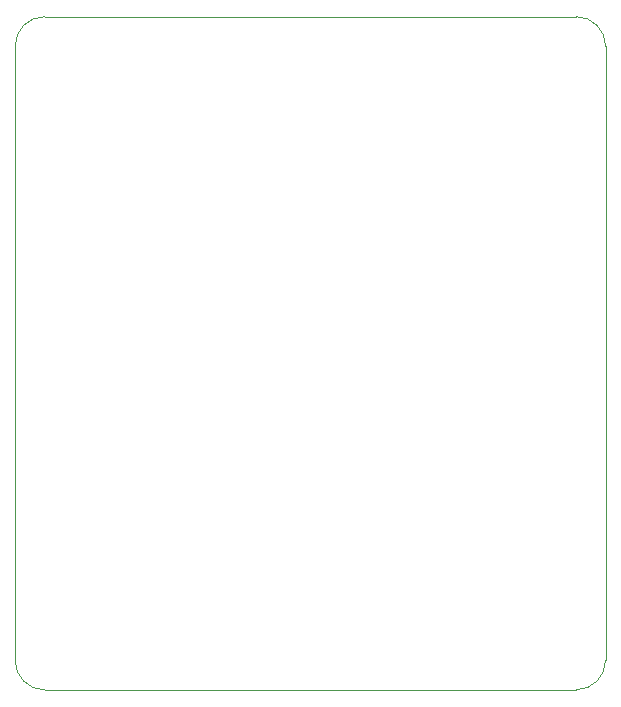
<source format=gbr>
%TF.GenerationSoftware,KiCad,Pcbnew,9.0.0*%
%TF.CreationDate,2025-03-01T12:45:02-04:00*%
%TF.ProjectId,PROYECT T,50524f59-4543-4542-9054-2e6b69636164,rev?*%
%TF.SameCoordinates,Original*%
%TF.FileFunction,Profile,NP*%
%FSLAX46Y46*%
G04 Gerber Fmt 4.6, Leading zero omitted, Abs format (unit mm)*
G04 Created by KiCad (PCBNEW 9.0.0) date 2025-03-01 12:45:02*
%MOMM*%
%LPD*%
G01*
G04 APERTURE LIST*
%TA.AperFunction,Profile*%
%ADD10C,0.050000*%
%TD*%
G04 APERTURE END LIST*
D10*
X244456000Y-65556000D02*
X244456000Y-117556000D01*
X244456000Y-117556000D02*
G75*
G02*
X241956000Y-120056000I-2500000J0D01*
G01*
X196956000Y-63056000D02*
X241956000Y-63056000D01*
X241956000Y-120056000D02*
X196956000Y-120056000D01*
X196956000Y-120056000D02*
G75*
G02*
X194456000Y-117556000I0J2500000D01*
G01*
X241956000Y-63056000D02*
G75*
G02*
X244456000Y-65556000I0J-2500000D01*
G01*
X194456000Y-117556000D02*
X194456000Y-65556000D01*
X194456000Y-65556000D02*
G75*
G02*
X196956000Y-63056000I2500000J0D01*
G01*
M02*

</source>
